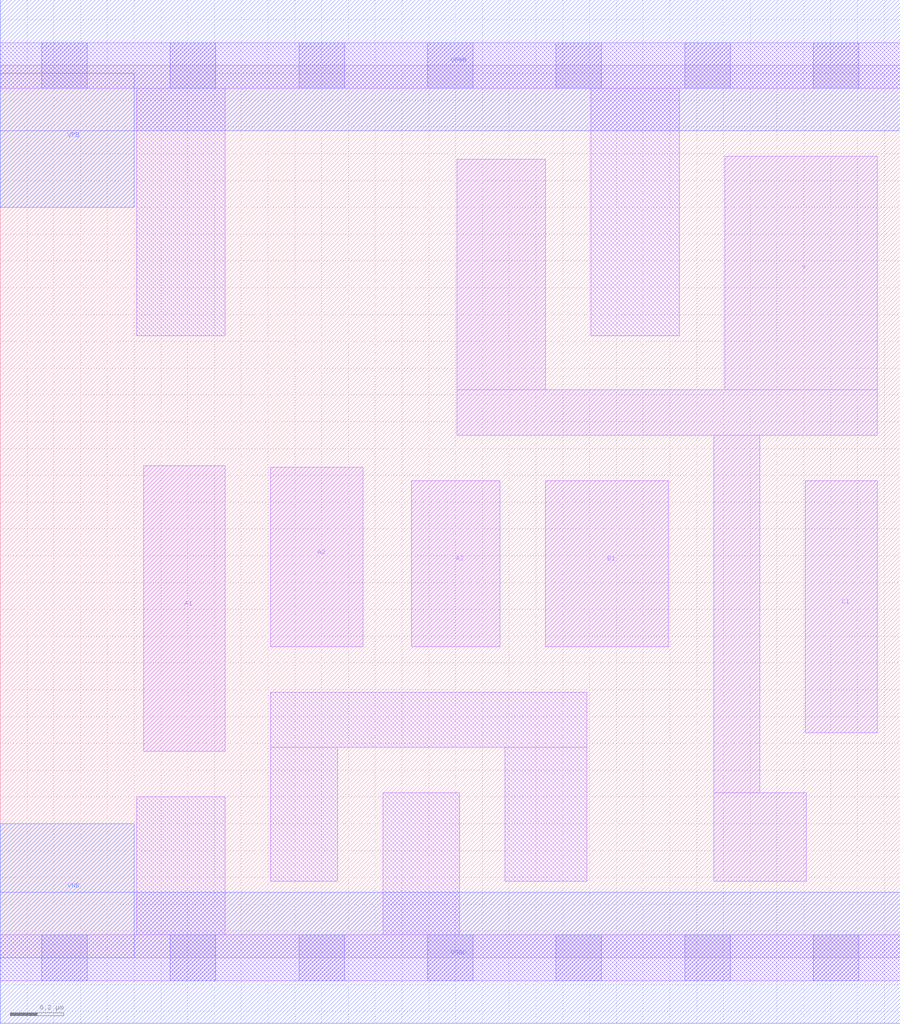
<source format=lef>
# Copyright 2020 The SkyWater PDK Authors
#
# Licensed under the Apache License, Version 2.0 (the "License");
# you may not use this file except in compliance with the License.
# You may obtain a copy of the License at
#
#     https://www.apache.org/licenses/LICENSE-2.0
#
# Unless required by applicable law or agreed to in writing, software
# distributed under the License is distributed on an "AS IS" BASIS,
# WITHOUT WARRANTIES OR CONDITIONS OF ANY KIND, either express or implied.
# See the License for the specific language governing permissions and
# limitations under the License.
#
# SPDX-License-Identifier: Apache-2.0

VERSION 5.5 ;
NAMESCASESENSITIVE ON ;
BUSBITCHARS "[]" ;
DIVIDERCHAR "/" ;
MACRO sky130_fd_sc_lp__o311ai_0
  CLASS CORE ;
  SOURCE USER ;
  ORIGIN  0.000000  0.000000 ;
  SIZE  3.360000 BY  3.330000 ;
  SYMMETRY X Y R90 ;
  SITE unit ;
  PIN A1
    ANTENNAGATEAREA  0.159000 ;
    DIRECTION INPUT ;
    USE SIGNAL ;
    PORT
      LAYER li1 ;
        RECT 0.535000 0.770000 0.840000 1.835000 ;
    END
  END A1
  PIN A2
    ANTENNAGATEAREA  0.159000 ;
    DIRECTION INPUT ;
    USE SIGNAL ;
    PORT
      LAYER li1 ;
        RECT 1.010000 1.160000 1.355000 1.830000 ;
    END
  END A2
  PIN A3
    ANTENNAGATEAREA  0.159000 ;
    DIRECTION INPUT ;
    USE SIGNAL ;
    PORT
      LAYER li1 ;
        RECT 1.535000 1.160000 1.865000 1.780000 ;
    END
  END A3
  PIN B1
    ANTENNAGATEAREA  0.159000 ;
    DIRECTION INPUT ;
    USE SIGNAL ;
    PORT
      LAYER li1 ;
        RECT 2.035000 1.160000 2.495000 1.780000 ;
    END
  END B1
  PIN C1
    ANTENNAGATEAREA  0.159000 ;
    DIRECTION INPUT ;
    USE SIGNAL ;
    PORT
      LAYER li1 ;
        RECT 3.005000 0.840000 3.275000 1.780000 ;
    END
  END C1
  PIN Y
    ANTENNADIFFAREA  0.498500 ;
    DIRECTION OUTPUT ;
    USE SIGNAL ;
    PORT
      LAYER li1 ;
        RECT 1.705000 1.950000 3.275000 2.120000 ;
        RECT 1.705000 2.120000 2.035000 2.980000 ;
        RECT 2.665000 0.285000 3.010000 0.615000 ;
        RECT 2.665000 0.615000 2.835000 1.950000 ;
        RECT 2.705000 2.120000 3.275000 2.990000 ;
    END
  END Y
  PIN VGND
    DIRECTION INOUT ;
    USE GROUND ;
    PORT
      LAYER met1 ;
        RECT 0.000000 -0.245000 3.360000 0.245000 ;
    END
  END VGND
  PIN VNB
    DIRECTION INOUT ;
    USE GROUND ;
    PORT
      LAYER met1 ;
        RECT 0.000000 0.000000 0.500000 0.500000 ;
    END
  END VNB
  PIN VPB
    DIRECTION INOUT ;
    USE POWER ;
    PORT
      LAYER met1 ;
        RECT 0.000000 2.800000 0.500000 3.300000 ;
    END
  END VPB
  PIN VPWR
    DIRECTION INOUT ;
    USE POWER ;
    PORT
      LAYER met1 ;
        RECT 0.000000 3.085000 3.360000 3.575000 ;
    END
  END VPWR
  OBS
    LAYER li1 ;
      RECT 0.000000 -0.085000 3.360000 0.085000 ;
      RECT 0.000000  3.245000 3.360000 3.415000 ;
      RECT 0.510000  0.085000 0.840000 0.600000 ;
      RECT 0.510000  2.320000 0.840000 3.245000 ;
      RECT 1.010000  0.285000 1.260000 0.785000 ;
      RECT 1.010000  0.785000 2.190000 0.990000 ;
      RECT 1.430000  0.085000 1.715000 0.615000 ;
      RECT 1.885000  0.285000 2.190000 0.785000 ;
      RECT 2.205000  2.320000 2.535000 3.245000 ;
    LAYER mcon ;
      RECT 0.155000 -0.085000 0.325000 0.085000 ;
      RECT 0.155000  3.245000 0.325000 3.415000 ;
      RECT 0.635000 -0.085000 0.805000 0.085000 ;
      RECT 0.635000  3.245000 0.805000 3.415000 ;
      RECT 1.115000 -0.085000 1.285000 0.085000 ;
      RECT 1.115000  3.245000 1.285000 3.415000 ;
      RECT 1.595000 -0.085000 1.765000 0.085000 ;
      RECT 1.595000  3.245000 1.765000 3.415000 ;
      RECT 2.075000 -0.085000 2.245000 0.085000 ;
      RECT 2.075000  3.245000 2.245000 3.415000 ;
      RECT 2.555000 -0.085000 2.725000 0.085000 ;
      RECT 2.555000  3.245000 2.725000 3.415000 ;
      RECT 3.035000 -0.085000 3.205000 0.085000 ;
      RECT 3.035000  3.245000 3.205000 3.415000 ;
  END
END sky130_fd_sc_lp__o311ai_0
END LIBRARY

</source>
